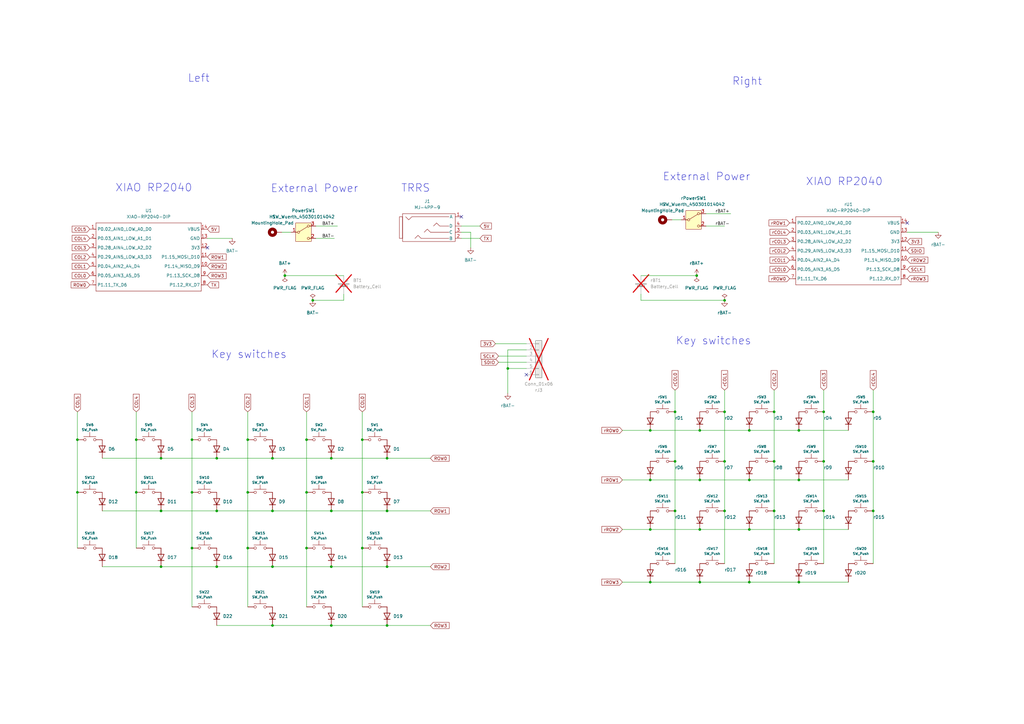
<source format=kicad_sch>
(kicad_sch (version 20231120) (generator "eeschema") (generator_version "8.0")
  (paper "A3")
  (lib_symbols
    (symbol "Connector_Generic:Conn_01x06" (pin_names (offset 1.016) hide)
      (property "Reference" "J" (at 0 7.62 0))
      (property "Value" "Conn_01x06" (at 0 -10.16 0))
      (symbol "Conn_01x06_1_1"
        (pin passive line (at -5.08 5.08 0) (length 3.81) (name "Pin_1") (number "1"))
        (pin passive line (at -5.08 2.54 0) (length 3.81) (name "Pin_2") (number "2"))
        (pin passive line (at -5.08 0 0) (length 3.81) (name "Pin_3") (number "3"))
        (pin passive line (at -5.08 -2.54 0) (length 3.81) (name "Pin_4") (number "4"))
        (pin passive line (at -5.08 -5.08 0) (length 3.81) (name "Pin_5") (number "5"))
        (pin passive line (at -5.08 -7.62 0) (length 3.81) (name "Pin_6") (number "6"))
      )
    )
    (symbol "Device:Battery_Cell" (pin_numbers hide) (pin_names (offset 0) hide)
      (property "Reference" "BT" (at 2.54 2.54 0))
      (property "Value" "Battery_Cell" (at 2.54 0 0))
      (symbol "Battery_Cell_1_1"
        (pin passive line (at 0 5.08 270) (length 2.54) (name "+") (number "1"))
        (pin passive line (at 0 -2.54 90) (length 2.54) (name "-") (number "2"))
      )
    )
    (symbol "Diode:1N4148WT" (pin_numbers hide) (pin_names hide)
      (property "Reference" "D" (at 0 2.54 0))
      (property "Value" "1N4148WT" (at 0 -2.54 0))
      (symbol "1N4148WT_1_1"
        (pin passive line (at -3.81 0 0) (length 2.54) (name "K") (number "1"))
        (pin passive line (at 3.81 0 180) (length 2.54) (name "A") (number "2"))
      )
    )
    (symbol "MJ-4PP-9:MJ-4PP-9" (pin_names (offset 1.016))
      (property "Reference" "J" (at 0 7.62 0))
      (property "Value" "MJ-4PP-9" (at 0 -8.89 0))
      (symbol "MJ-4PP-9_1_1"
        (pin input line (at 13.97 3.81 180) (length 2.54) (name "A") (number "1"))
        (pin input line (at 13.97 -5.08 180) (length 2.54) (name "B") (number "2"))
        (pin input line (at 13.97 -2.54 180) (length 2.54) (name "C") (number "3"))
        (pin input line (at 13.97 0 180) (length 2.54) (name "D") (number "4"))
      )
    )
    (symbol "Mechanical:MountingHole_Pad" (pin_numbers hide) (pin_names (offset 1.016) hide) (exclude_from_sim yes) (in_bom no)
      (property "Reference" "H" (at 0 6.35 0))
      (property "Value" "MountingHole_Pad" (at 0 4.445 0))
      (symbol "MountingHole_Pad_1_1"
        (pin input line (at 0 -2.54 90) (length 2.54) (name "1") (number "1"))
      )
    )
    (symbol "SW_Push_1" (pin_numbers hide) (pin_names (offset 1.016) hide)
      (property "Reference" "SW" (at 1.27 2.54 0))
      (property "Value" "SW_Push" (at 0 -1.524 0))
      (symbol "SW_Push_1_0_1"
        (pin passive line (at -5.08 0 0) (length 2.54) (name "1") (number "1"))
        (pin passive line (at 5.08 0 180) (length 2.54) (name "2") (number "2"))
      )
    )
    (symbol "Seeed_Studio_XIAO_Series:XIAO-nRF52840-DIP"
      (property "Reference" "U" (at -3.048 1.778 0))
      (property "Value" "XIAO-nRF52840-DIP" (at 3.048 -0.254 0))
      (symbol "XIAO-nRF52840-DIP_1_0"
        (pin passive line (at -6.35 -3.81 0) (length 2.54) (name "P0.02_AIN0_LOW_A0_D0") (number "1"))
        (pin passive line (at 41.91 -19.05 180) (length 2.54) (name "P1.14_MISO_D9") (number "10"))
        (pin passive line (at 41.91 -15.24 180) (length 2.54) (name "P1.15_MOSI_D10") (number "11"))
        (pin passive line (at 41.91 -11.43 180) (length 2.54) (name "3V3") (number "12"))
        (pin passive line (at 41.91 -7.62 180) (length 2.54) (name "GND") (number "13"))
        (pin passive line (at 41.91 -3.81 180) (length 2.54) (name "VBUS") (number "14"))
        (pin passive line (at -6.35 -7.62 0) (length 2.54) (name "P0.03_AIN1_LOW_A1_D1") (number "2"))
        (pin passive line (at -6.35 -11.43 0) (length 2.54) (name "P0.28_AIN4_LOW_A2_D2") (number "3"))
        (pin passive line (at -6.35 -15.24 0) (length 2.54) (name "P0.29_AIN5_LOW_A3_D3") (number "4"))
        (pin passive line (at -6.35 -19.05 0) (length 2.54) (name "P0.04_AIN2_A4_D4") (number "5"))
        (pin passive line (at -6.35 -22.86 0) (length 2.54) (name "P0.05_AIN3_A5_D5") (number "6"))
        (pin passive line (at -6.35 -26.67 0) (length 2.54) (name "P1.11_TX_D6") (number "7"))
        (pin passive line (at 41.91 -26.67 180) (length 2.54) (name "P1.12_RX_D7") (number "8"))
        (pin passive line (at 41.91 -22.86 180) (length 2.54) (name "P1.13_SCK_D8") (number "9"))
      )
    )
    (symbol "Switch:SW_Push" (pin_numbers hide) (pin_names (offset 1.016) hide)
      (property "Reference" "SW" (at 1.27 2.54 0))
      (property "Value" "SW_Push" (at 0 -1.524 0))
      (symbol "SW_Push_0_1"
        (pin passive line (at -5.08 0 0) (length 2.54) (name "1") (number "1"))
        (pin passive line (at 5.08 0 180) (length 2.54) (name "2") (number "2"))
      )
    )
    (symbol "Switch:SW_Wuerth_450301014042" (pin_names (offset 1) hide)
      (property "Reference" "SW" (at 0 5.08 0))
      (property "Value" "SW_Wuerth_450301014042" (at 0 -5.08 0))
      (symbol "SW_Wuerth_450301014042_1_1"
        (pin passive line (at -5.08 0 0) (length 2.54) (name "B") (number "1"))
        (pin passive line (at 5.08 -2.54 180) (length 2.54) (name "C") (number "2"))
        (pin passive line (at 5.08 2.54 180) (length 2.54) (name "A") (number "3"))
      )
    )
    (symbol "kbd:+3V3R" (power) (pin_names (offset 0))
      (property "Value" "+3V3R" (at 0 3.556 0))
      (symbol "+3V3R_1_1"
        (pin power_in line (at 0 0 90) (length 0) hide (name "+3V3R") (number "1"))
      )
    )
    (symbol "kbd:GNDR" (power) (pin_names (offset 0))
      (property "Value" "GNDR" (at 0 -3.81 0))
      (symbol "GNDR_1_1"
        (pin power_in line (at 0 0 270) (length 0) hide (name "GNDR") (number "1"))
      )
    )
    (symbol "power:GND" (power) (pin_numbers hide) (pin_names (offset 0) hide)
      (property "Value" "GND" (at 0 -3.81 0))
      (symbol "GND_1_1"
        (pin power_in line (at 0 0 270) (length 0) (name "~") (number "1"))
      )
    )
    (symbol "power:PWR_FLAG" (power) (pin_numbers hide) (pin_names (offset 0) hide)
      (property "Value" "PWR_FLAG" (at 0 3.81 0))
      (symbol "PWR_FLAG_0_0"
        (pin power_out line (at 0 0 90) (length 0) (name "~") (number "1"))
      )
    )
  )
  (junction (at 307.34 238.76))
  (junction (at 158.75 209.55))
  (junction (at 111.76 256.54))
  (junction (at 111.76 209.55))
  (junction (at 337.82 209.55))
  (junction (at 287.02 196.85))
  (junction (at 135.89 256.54))
  (junction (at 111.76 232.41))
  (junction (at 55.88 201.93))
  (junction (at 276.86 168.91))
  (junction (at 287.02 176.53))
  (junction (at 148.59 180.34))
  (junction (at 66.04 209.55))
  (junction (at 337.82 168.91))
  (junction (at 135.89 209.55))
  (junction (at 285.75 113.03))
  (junction (at 358.14 209.55))
  (junction (at 135.89 187.96))
  (junction (at 66.04 232.41))
  (junction (at 111.76 187.96))
  (junction (at 287.02 217.17))
  (junction (at 78.74 180.34))
  (junction (at 297.18 168.91))
  (junction (at 158.75 187.96))
  (junction (at 266.7 217.17))
  (junction (at 128.27 123.19))
  (junction (at 358.14 168.91))
  (junction (at 307.34 176.53))
  (junction (at 327.66 238.76))
  (junction (at 297.18 209.55))
  (junction (at 297.18 189.23))
  (junction (at 358.14 189.23))
  (junction (at 327.66 217.17))
  (junction (at 317.5 168.91))
  (junction (at 78.74 224.79))
  (junction (at 327.66 176.53))
  (junction (at 297.18 123.19))
  (junction (at 135.89 232.41))
  (junction (at 66.04 187.96))
  (junction (at 31.75 180.34))
  (junction (at 158.75 232.41))
  (junction (at 266.7 196.85))
  (junction (at 317.5 209.55))
  (junction (at 276.86 189.23))
  (junction (at 125.73 180.34))
  (junction (at 307.34 217.17))
  (junction (at 208.28 151.13))
  (junction (at 125.73 201.93))
  (junction (at 148.59 224.79))
  (junction (at 101.6 224.79))
  (junction (at 88.9 232.41))
  (junction (at 31.75 201.93))
  (junction (at 276.86 209.55))
  (junction (at 101.6 180.34))
  (junction (at 55.88 180.34))
  (junction (at 88.9 209.55))
  (junction (at 158.75 256.54))
  (junction (at 101.6 201.93))
  (junction (at 337.82 189.23))
  (junction (at 317.5 189.23))
  (junction (at 327.66 196.85))
  (junction (at 116.84 113.03))
  (junction (at 266.7 176.53))
  (junction (at 307.34 196.85))
  (junction (at 148.59 201.93))
  (junction (at 125.73 224.79))
  (junction (at 78.74 201.93))
  (junction (at 88.9 187.96))
  (junction (at 287.02 238.76))
  (junction (at 266.7 238.76))
  (no_connect (at 215.9 153.67))
  (no_connect (at 189.23 88.9))
  (no_connect (at 372.11 91.44))
  (no_connect (at 85.09 101.6))
  (wire (pts (xy 358.14 168.91) (xy 358.14 189.23)))
  (wire (pts (xy 266.7 176.53) (xy 287.02 176.53)))
  (wire (pts (xy 307.34 238.76) (xy 327.66 238.76)))
  (wire (pts (xy 262.89 113.03) (xy 285.75 113.03)))
  (wire (pts (xy 307.34 176.53) (xy 327.66 176.53)))
  (wire (pts (xy 275.59 90.17) (xy 279.4 90.17)))
  (wire (pts (xy 266.7 238.76) (xy 287.02 238.76)))
  (wire (pts (xy 262.89 120.65) (xy 262.89 123.19)))
  (wire (pts (xy 66.04 209.55) (xy 88.9 209.55)))
  (wire (pts (xy 55.88 180.34) (xy 55.88 201.93)))
  (wire (pts (xy 78.74 180.34) (xy 78.74 201.93)))
  (wire (pts (xy 125.73 224.79) (xy 125.73 248.92)))
  (wire (pts (xy 88.9 256.54) (xy 111.76 256.54)))
  (wire (pts (xy 115.57 95.25) (xy 119.38 95.25)))
  (wire (pts (xy 287.02 238.76) (xy 307.34 238.76)))
  (wire (pts (xy 337.82 160.02) (xy 337.82 168.91)))
  (wire (pts (xy 148.59 180.34) (xy 148.59 201.93)))
  (wire (pts (xy 66.04 187.96) (xy 88.9 187.96)))
  (wire (pts (xy 287.02 196.85) (xy 307.34 196.85)))
  (wire (pts (xy 327.66 217.17) (xy 347.98 217.17)))
  (wire (pts (xy 287.02 217.17) (xy 266.7 217.17)))
  (wire (pts (xy 129.54 92.71) (xy 138.43 92.71)))
  (wire (pts (xy 255.27 238.76) (xy 266.7 238.76)))
  (wire (pts (xy 358.14 160.02) (xy 358.14 168.91)))
  (wire (pts (xy 88.9 187.96) (xy 111.76 187.96)))
  (wire (pts (xy 129.54 97.79) (xy 137.16 97.79)))
  (wire (pts (xy 140.97 123.19) (xy 128.27 123.19)))
  (wire (pts (xy 78.74 201.93) (xy 78.74 224.79)))
  (wire (pts (xy 125.73 180.34) (xy 125.73 201.93)))
  (wire (pts (xy 215.9 143.51) (xy 208.28 143.51)))
  (wire (pts (xy 158.75 256.54) (xy 176.53 256.54)))
  (wire (pts (xy 116.84 113.03) (xy 140.97 113.03)))
  (wire (pts (xy 135.89 209.55) (xy 158.75 209.55)))
  (wire (pts (xy 158.75 209.55) (xy 176.53 209.55)))
  (wire (pts (xy 287.02 217.17) (xy 307.34 217.17)))
  (wire (pts (xy 78.74 168.91) (xy 78.74 180.34)))
  (wire (pts (xy 55.88 201.93) (xy 55.88 224.79)))
  (wire (pts (xy 327.66 176.53) (xy 347.98 176.53)))
  (wire (pts (xy 307.34 196.85) (xy 327.66 196.85)))
  (wire (pts (xy 88.9 232.41) (xy 111.76 232.41)))
  (wire (pts (xy 31.75 168.91) (xy 31.75 180.34)))
  (wire (pts (xy 317.5 160.02) (xy 317.5 168.91)))
  (wire (pts (xy 111.76 256.54) (xy 135.89 256.54)))
  (wire (pts (xy 41.91 187.96) (xy 66.04 187.96)))
  (wire (pts (xy 327.66 196.85) (xy 347.98 196.85)))
  (wire (pts (xy 297.18 168.91) (xy 297.18 189.23)))
  (wire (pts (xy 135.89 187.96) (xy 158.75 187.96)))
  (wire (pts (xy 337.82 189.23) (xy 337.82 209.55)))
  (wire (pts (xy 204.47 146.05) (xy 215.9 146.05)))
  (wire (pts (xy 317.5 209.55) (xy 317.5 231.14)))
  (wire (pts (xy 317.5 168.91) (xy 317.5 189.23)))
  (wire (pts (xy 101.6 224.79) (xy 101.6 248.92)))
  (wire (pts (xy 189.23 92.71) (xy 196.85 92.71)))
  (wire (pts (xy 276.86 160.02) (xy 276.86 168.91)))
  (wire (pts (xy 41.91 209.55) (xy 66.04 209.55)))
  (wire (pts (xy 203.2 140.97) (xy 215.9 140.97)))
  (wire (pts (xy 297.18 209.55) (xy 297.18 231.14)))
  (wire (pts (xy 276.86 168.91) (xy 276.86 189.23)))
  (wire (pts (xy 31.75 180.34) (xy 31.75 201.93)))
  (wire (pts (xy 189.23 95.25) (xy 193.04 95.25)))
  (wire (pts (xy 358.14 189.23) (xy 358.14 209.55)))
  (wire (pts (xy 208.28 151.13) (xy 208.28 161.29)))
  (wire (pts (xy 262.89 123.19) (xy 297.18 123.19)))
  (wire (pts (xy 208.28 143.51) (xy 208.28 151.13)))
  (wire (pts (xy 41.91 232.41) (xy 66.04 232.41)))
  (wire (pts (xy 276.86 209.55) (xy 276.86 231.14)))
  (wire (pts (xy 78.74 224.79) (xy 78.74 248.92)))
  (wire (pts (xy 111.76 209.55) (xy 135.89 209.55)))
  (wire (pts (xy 148.59 224.79) (xy 148.59 248.92)))
  (wire (pts (xy 276.86 189.23) (xy 276.86 209.55)))
  (wire (pts (xy 358.14 209.55) (xy 358.14 231.14)))
  (wire (pts (xy 85.09 97.79) (xy 95.25 97.79)))
  (wire (pts (xy 158.75 232.41) (xy 176.53 232.41)))
  (wire (pts (xy 148.59 168.91) (xy 148.59 180.34)))
  (wire (pts (xy 111.76 187.96) (xy 135.89 187.96)))
  (wire (pts (xy 297.18 189.23) (xy 297.18 209.55)))
  (wire (pts (xy 297.18 160.02) (xy 297.18 168.91)))
  (wire (pts (xy 31.75 201.93) (xy 31.75 224.79)))
  (wire (pts (xy 135.89 256.54) (xy 158.75 256.54)))
  (wire (pts (xy 372.11 95.25) (xy 384.81 95.25)))
  (wire (pts (xy 193.04 101.6) (xy 193.04 95.25)))
  (wire (pts (xy 255.27 196.85) (xy 266.7 196.85)))
  (wire (pts (xy 55.88 168.91) (xy 55.88 180.34)))
  (wire (pts (xy 204.47 148.59) (xy 215.9 148.59)))
  (wire (pts (xy 88.9 209.55) (xy 111.76 209.55)))
  (wire (pts (xy 287.02 176.53) (xy 307.34 176.53)))
  (wire (pts (xy 255.27 176.53) (xy 266.7 176.53)))
  (wire (pts (xy 148.59 201.93) (xy 148.59 224.79)))
  (wire (pts (xy 101.6 168.91) (xy 101.6 180.34)))
  (wire (pts (xy 255.27 217.17) (xy 266.7 217.17)))
  (wire (pts (xy 327.66 238.76) (xy 347.98 238.76)))
  (wire (pts (xy 337.82 168.91) (xy 337.82 189.23)))
  (wire (pts (xy 337.82 209.55) (xy 337.82 231.14)))
  (wire (pts (xy 140.97 120.65) (xy 140.97 123.19)))
  (wire (pts (xy 208.28 151.13) (xy 215.9 151.13)))
  (wire (pts (xy 66.04 232.41) (xy 88.9 232.41)))
  (wire (pts (xy 289.56 92.71) (xy 297.18 92.71)))
  (wire (pts (xy 158.75 187.96) (xy 176.53 187.96)))
  (wire (pts (xy 111.76 232.41) (xy 135.89 232.41)))
  (wire (pts (xy 101.6 201.93) (xy 101.6 224.79)))
  (wire (pts (xy 135.89 232.41) (xy 158.75 232.41)))
  (wire (pts (xy 125.73 201.93) (xy 125.73 224.79)))
  (wire (pts (xy 125.73 168.91) (xy 125.73 180.34)))
  (wire (pts (xy 266.7 196.85) (xy 287.02 196.85)))
  (wire (pts (xy 317.5 189.23) (xy 317.5 209.55)))
  (wire (pts (xy 101.6 180.34) (xy 101.6 201.93)))
  (wire (pts (xy 307.34 217.17) (xy 327.66 217.17)))
  (wire (pts (xy 289.56 87.63) (xy 299.72 87.63)))
  (wire (pts (xy 189.23 97.79) (xy 196.85 97.79)))
  (text "Key switches" (at 86.614 147.32 0) (effects (font (size 3.175 3.175)) (justify left bottom)))
  (text "XIAO RP2040" (at 330.454 76.454 0) (effects (font (size 3.175 3.175)) (justify left bottom)))
  (text "Left" (at 76.962 34.036 0) (effects (font (size 3.175 3.175)) (justify left bottom)))
  (text "External Power\n" (at 110.998 79.248 0) (effects (font (size 3.175 3.175)) (justify left bottom)))
  (text "External Power\n" (at 271.78 74.422 0) (effects (font (size 3.175 3.175)) (justify left bottom)))
  (text "Key switches" (at 277.114 141.732 0) (effects (font (size 3.175 3.175)) (justify left bottom)))
  (text "Right" (at 300.228 35.306 0) (effects (font (size 3.175 3.175)) (justify left bottom)))
  (text "TRRS" (at 164.465 79.121 0) (effects (font (size 3.175 3.175)) (justify left bottom)))
  (text "XIAO RP2040" (at 47.244 78.994 0) (effects (font (size 3.175 3.175)) (justify left bottom)))
  (label "rBAT+" (at 293.37 87.63 0))
  (label "BAT-" (at 132.08 97.79 0))
  (label "rBAT-" (at 293.37 92.71 0))
  (label "BAT+" (at 132.08 92.71 0))
  (global_label "COL5" (shape input) (at 31.75 168.91 90) (property "Intersheetrefs" "${INTERSHEET_REFS}" (effects (hide yes))))
  (global_label "rCOL4" (shape input) (at 358.14 160.02 90) (property "Intersheetrefs" "${INTERSHEET_REFS}" (effects (hide yes))))
  (global_label "rROW1" (shape input) (at 323.85 91.44 180) (property "Intersheetrefs" "${INTERSHEET_REFS}" (effects (hide yes))))
  (global_label "ROW1" (shape input) (at 176.53 209.55 0) (property "Intersheetrefs" "${INTERSHEET_REFS}" (effects (hide yes))))
  (global_label "COL1" (shape input) (at 36.83 109.22 180) (property "Intersheetrefs" "${INTERSHEET_REFS}" (effects (hide yes))))
  (global_label "rCOL0" (shape input) (at 323.85 110.49 180) (property "Intersheetrefs" "${INTERSHEET_REFS}" (effects (hide yes))))
  (global_label "COL5" (shape input) (at 36.83 93.98 180) (property "Intersheetrefs" "${INTERSHEET_REFS}" (effects (hide yes))))
  (global_label "COL2" (shape input) (at 101.6 168.91 90) (property "Intersheetrefs" "${INTERSHEET_REFS}" (effects (hide yes))))
  (global_label "3V3" (shape input) (at 203.2 140.97 180) (property "Intersheetrefs" "${INTERSHEET_REFS}" (effects (hide yes))))
  (global_label "COL4" (shape input) (at 36.83 97.79 180) (property "Intersheetrefs" "${INTERSHEET_REFS}" (effects (hide yes))))
  (global_label "ROW3" (shape input) (at 176.53 256.54 0) (property "Intersheetrefs" "${INTERSHEET_REFS}" (effects (hide yes))))
  (global_label "rCOL2" (shape input) (at 317.5 160.02 90) (property "Intersheetrefs" "${INTERSHEET_REFS}" (effects (hide yes))))
  (global_label "3V3" (shape input) (at 372.11 99.06 0) (property "Intersheetrefs" "${INTERSHEET_REFS}" (effects (hide yes))))
  (global_label "COL0" (shape input) (at 36.83 113.03 180) (property "Intersheetrefs" "${INTERSHEET_REFS}" (effects (hide yes))))
  (global_label "rCOL0" (shape input) (at 276.86 160.02 90) (property "Intersheetrefs" "${INTERSHEET_REFS}" (effects (hide yes))))
  (global_label "SCLK" (shape input) (at 204.47 146.05 180) (property "Intersheetrefs" "${INTERSHEET_REFS}" (effects (hide yes))))
  (global_label "rROW2" (shape input) (at 255.27 217.17 180) (property "Intersheetrefs" "${INTERSHEET_REFS}" (effects (hide yes))))
  (global_label "rROW2" (shape input) (at 372.11 106.68 0) (property "Intersheetrefs" "${INTERSHEET_REFS}" (effects (hide yes))))
  (global_label "COL0" (shape input) (at 148.59 168.91 90) (property "Intersheetrefs" "${INTERSHEET_REFS}" (effects (hide yes))))
  (global_label "COL2" (shape input) (at 36.83 105.41 180) (property "Intersheetrefs" "${INTERSHEET_REFS}" (effects (hide yes))))
  (global_label "rROW3" (shape input) (at 255.27 238.76 180) (property "Intersheetrefs" "${INTERSHEET_REFS}" (effects (hide yes))))
  (global_label "rROW0" (shape input) (at 323.85 114.3 180) (property "Intersheetrefs" "${INTERSHEET_REFS}" (effects (hide yes))))
  (global_label "rROW3" (shape input) (at 372.11 114.3 0) (property "Intersheetrefs" "${INTERSHEET_REFS}" (effects (hide yes))))
  (global_label "rCOL1" (shape input) (at 297.18 160.02 90) (property "Intersheetrefs" "${INTERSHEET_REFS}" (effects (hide yes))))
  (global_label "COL3" (shape input) (at 78.74 168.91 90) (property "Intersheetrefs" "${INTERSHEET_REFS}" (effects (hide yes))))
  (global_label "rCOL2" (shape input) (at 323.85 102.87 180) (property "Intersheetrefs" "${INTERSHEET_REFS}" (effects (hide yes))))
  (global_label "SDIO" (shape input) (at 204.47 148.59 180) (property "Intersheetrefs" "${INTERSHEET_REFS}" (effects (hide yes))))
  (global_label "5V" (shape input) (at 196.85 92.71 0) (property "Intersheetrefs" "${INTERSHEET_REFS}" (effects (hide yes))))
  (global_label "ROW0" (shape input) (at 176.53 187.96 0) (property "Intersheetrefs" "${INTERSHEET_REFS}" (effects (hide yes))))
  (global_label "COL1" (shape input) (at 125.73 168.91 90) (property "Intersheetrefs" "${INTERSHEET_REFS}" (effects (hide yes))))
  (global_label "TX" (shape input) (at 85.09 116.84 0) (property "Intersheetrefs" "${INTERSHEET_REFS}" (effects (hide yes))))
  (global_label "COL3" (shape input) (at 36.83 101.6 180) (property "Intersheetrefs" "${INTERSHEET_REFS}" (effects (hide yes))))
  (global_label "SCLK" (shape input) (at 372.11 110.49 0) (property "Intersheetrefs" "${INTERSHEET_REFS}" (effects (hide yes))))
  (global_label "rROW1" (shape input) (at 255.27 196.85 180) (property "Intersheetrefs" "${INTERSHEET_REFS}" (effects (hide yes))))
  (global_label "TX" (shape input) (at 196.85 97.79 0) (property "Intersheetrefs" "${INTERSHEET_REFS}" (effects (hide yes))))
  (global_label "ROW2" (shape input) (at 85.09 109.22 0) (property "Intersheetrefs" "${INTERSHEET_REFS}" (effects (hide yes))))
  (global_label "ROW2" (shape input) (at 176.53 232.41 0) (property "Intersheetrefs" "${INTERSHEET_REFS}" (effects (hide yes))))
  (global_label "rCOL1" (shape input) (at 323.85 106.68 180) (property "Intersheetrefs" "${INTERSHEET_REFS}" (effects (hide yes))))
  (global_label "ROW1" (shape input) (at 85.09 105.41 0) (property "Intersheetrefs" "${INTERSHEET_REFS}" (effects (hide yes))))
  (global_label "ROW3" (shape input) (at 85.09 113.03 0) (property "Intersheetrefs" "${INTERSHEET_REFS}" (effects (hide yes))))
  (global_label "SDIO" (shape input) (at 372.11 102.87 0) (property "Intersheetrefs" "${INTERSHEET_REFS}" (effects (hide yes))))
  (global_label "rCOL3" (shape input) (at 323.85 99.06 180) (property "Intersheetrefs" "${INTERSHEET_REFS}" (effects (hide yes))))
  (global_label "rCOL3" (shape input) (at 337.82 160.02 90) (property "Intersheetrefs" "${INTERSHEET_REFS}" (effects (hide yes))))
  (global_label "ROW0" (shape input) (at 36.83 116.84 180) (property "Intersheetrefs" "${INTERSHEET_REFS}" (effects (hide yes))))
  (global_label "COL4" (shape input) (at 55.88 168.91 90) (property "Intersheetrefs" "${INTERSHEET_REFS}" (effects (hide yes))))
  (global_label "rROW0" (shape input) (at 255.27 176.53 180) (property "Intersheetrefs" "${INTERSHEET_REFS}" (effects (hide yes))))
  (global_label "5V" (shape input) (at 85.09 93.98 0) (property "Intersheetrefs" "${INTERSHEET_REFS}" (effects (hide yes))))
  (global_label "rCOL4" (shape input) (at 323.85 95.25 180) (property "Intersheetrefs" "${INTERSHEET_REFS}" (effects (hide yes))))
  (symbol (lib_id "Diode:1N4148WT") (at 135.89 184.15 90) (unit 1)
    (property "Reference" "D2" (at 138.43 184.1499 90) (effects (justify right)))
    (property "Value" "1N4148WT" (effects (hide yes)))
    (property "Footprint" "Diode_SMD:D_SOD-523" (effects (hide yes)))
    (property "Datasheet" "https://www.diodes.com/assets/Datasheets/ds30396.pdf" (effects (hide yes)))
    (property "Description" "75V 0.15A Fast switching Diode, SOD-523" (effects (hide yes)))
    (property "Sim.Device" "D" (effects (hide yes)))
    (property "Sim.Pins" "1=K 2=A" (effects (hide yes)))
  )
  (symbol (lib_id "Diode:1N4148WT") (at 347.98 193.04 90) (unit 1)
    (property "Reference" "rD10" (at 358.14 191.7699 90) (effects (justify right)))
    (property "Value" "1N4148WT" (effects (hide yes)))
    (property "Footprint" "Diode_SMD:D_SOD-523" (effects (hide yes)))
    (property "Datasheet" "https://www.diodes.com/assets/Datasheets/ds30396.pdf" (effects (hide yes)))
    (property "Description" "75V 0.15A Fast switching Diode, SOD-523" (effects (hide yes)))
    (property "Sim.Device" "D" (effects (hide yes)))
    (property "Sim.Pins" "1=K 2=A" (effects (hide yes)))
  )
  (symbol (lib_id "Diode:1N4148WT") (at 347.98 234.95 90) (unit 1)
    (property "Reference" "rD20" (at 350.52 234.9499 90) (effects (justify right)))
    (property "Value" "1N4148WT" (effects (hide yes)))
    (property "Footprint" "Diode_SMD:D_SOD-523" (effects (hide yes)))
    (property "Datasheet" "https://www.diodes.com/assets/Datasheets/ds30396.pdf" (effects (hide yes)))
    (property "Description" "75V 0.15A Fast switching Diode, SOD-523" (effects (hide yes)))
    (property "Sim.Device" "D" (effects (hide yes)))
    (property "Sim.Pins" "1=K 2=A" (effects (hide yes)))
  )
  (symbol (lib_id "power:PWR_FLAG") (at 285.75 113.03 180) (unit 1)
    (property "Reference" "#FLG03" (effects (hide yes)))
    (property "Value" "PWR_FLAG" (at 285.75 118.11 0))
    (property "Description" "Special symbol for telling ERC where power comes from" (effects (hide yes)))
  )
  (symbol (lib_id "Switch:SW_Push") (at 312.42 209.55 0) (unit 1)
    (property "Reference" "rSW13" (at 312.42 203.454 0) (effects (font (size 1 1))))
    (property "Value" "SW_Push" (at 312.42 205.486 0) (effects (font (size 1 1))))
    (property "Footprint" "kbd:keyswitch_cherrymx_hotswap_1u" (effects (hide yes)))
  )
  (symbol (lib_id "Switch:SW_Push") (at 353.06 168.91 0) (unit 1)
    (property "Reference" "rSW5" (at 353.06 162.814 0) (effects (font (size 1 1))))
    (property "Value" "SW_Push" (at 353.06 164.846 0) (effects (font (size 1 1))))
    (property "Footprint" "kbd:keyswitch_cherrymx_hotswap_1u" (effects (hide yes)))
  )
  (symbol (lib_id "power:PWR_FLAG") (at 128.27 123.19 0) (unit 1)
    (property "Reference" "#FLG02" (effects (hide yes)))
    (property "Value" "PWR_FLAG" (at 128.27 118.11 0))
    (property "Description" "Special symbol for telling ERC where power comes from" (effects (hide yes)))
  )
  (symbol (lib_id "Diode:1N4148WT") (at 266.7 234.95 90) (unit 1)
    (property "Reference" "rD16" (at 276.86 233.6799 90) (effects (justify right)))
    (property "Value" "1N4148WT" (effects (hide yes)))
    (property "Footprint" "Diode_SMD:D_SOD-523" (effects (hide yes)))
    (property "Datasheet" "https://www.diodes.com/assets/Datasheets/ds30396.pdf" (effects (hide yes)))
    (property "Description" "75V 0.15A Fast switching Diode, SOD-523" (effects (hide yes)))
    (property "Sim.Device" "D" (effects (hide yes)))
    (property "Sim.Pins" "1=K 2=A" (effects (hide yes)))
  )
  (symbol (lib_id "Switch:SW_Push") (at 36.83 180.34 0) (unit 1)
    (property "Reference" "SW6" (at 36.83 174.244 0) (effects (font (size 1 1))))
    (property "Value" "SW_Push" (at 36.83 176.276 0) (effects (font (size 1 1))))
    (property "Footprint" "kbd:keyswitch_cherrymx_hotswap_1u" (effects (hide yes)))
  )
  (symbol (lib_id "kbd:GNDR") (at 384.81 95.25 0) (unit 1)
    (property "Reference" "#PWR05" (effects (hide yes)))
    (property "Value" "rBAT-" (at 384.81 100.33 0))
    (property "Description" "Power symbol creates a global label with name \"GND\" , ground" (effects (hide yes)))
  )
  (symbol (lib_id "Diode:1N4148WT") (at 41.91 184.15 90) (unit 1)
    (property "Reference" "D6" (at 44.45 184.1499 90) (effects (justify right)))
    (property "Value" "1N4148WT" (effects (hide yes)))
    (property "Footprint" "Diode_SMD:D_SOD-523" (effects (hide yes)))
    (property "Datasheet" "https://www.diodes.com/assets/Datasheets/ds30396.pdf" (effects (hide yes)))
    (property "Description" "75V 0.15A Fast switching Diode, SOD-523" (effects (hide yes)))
    (property "Sim.Device" "D" (effects (hide yes)))
    (property "Sim.Pins" "1=K 2=A" (effects (hide yes)))
  )
  (symbol (lib_id "Connector_Generic:Conn_01x06") (at 220.98 146.05 0) (unit 1) (in_bom no) (dnp yes)
    (property "Reference" "rJ3" (at 220.98 160.02 0))
    (property "Value" "Conn_01x06" (at 220.98 157.48 0))
    (property "Footprint" "Connector_PinHeader_2.54mm:PinHeader_1x06_P2.54mm_Vertical" (effects (hide yes)))
    (property "Description" "Generic connector, single row, 01x06, script generated (kicad-library-utils/schlib/autogen/connector/)" (effects (hide yes)))
  )
  (symbol (lib_id "Diode:1N4148WT") (at 266.7 193.04 90) (unit 1)
    (property "Reference" "rD6" (at 276.86 191.7699 90) (effects (justify right)))
    (property "Value" "1N4148WT" (effects (hide yes)))
    (property "Footprint" "Diode_SMD:D_SOD-523" (effects (hide yes)))
    (property "Datasheet" "https://www.diodes.com/assets/Datasheets/ds30396.pdf" (effects (hide yes)))
    (property "Description" "75V 0.15A Fast switching Diode, SOD-523" (effects (hide yes)))
    (property "Sim.Device" "D" (effects (hide yes)))
    (property "Sim.Pins" "1=K 2=A" (effects (hide yes)))
  )
  (symbol (lib_id "MJ-4PP-9:MJ-4PP-9") (at 175.26 92.71 0) (unit 1)
    (property "Reference" "J1" (at 175.26 82.55 0))
    (property "Value" "MJ-4PP-9" (at 175.26 85.09 0))
    (property "Footprint" "MJ-4PP-9:MJ-4PP-9" (effects (hide yes)))
  )
  (symbol (lib_id "Switch:SW_Push") (at 271.78 189.23 0) (unit 1)
    (property "Reference" "rSW6" (at 271.78 183.134 0) (effects (font (size 1 1))))
    (property "Value" "SW_Push" (at 271.78 185.166 0) (effects (font (size 1 1))))
    (property "Footprint" "kbd:keyswitch_cherrymx_hotswap_1u" (effects (hide yes)))
  )
  (symbol (lib_id "Switch:SW_Push") (at 153.67 201.93 0) (unit 1)
    (property "Reference" "SW7" (at 153.67 195.834 0) (effects (font (size 1 1))))
    (property "Value" "SW_Push" (at 153.67 197.866 0) (effects (font (size 1 1))))
    (property "Footprint" "kbd:keyswitch_cherrymx_hotswap_1u" (effects (hide yes)))
  )
  (symbol (lib_id "Switch:SW_Push") (at 332.74 231.14 0) (unit 1)
    (property "Reference" "rSW19" (at 332.74 225.044 0) (effects (font (size 1 1))))
    (property "Value" "SW_Push" (at 332.74 227.076 0) (effects (font (size 1 1))))
    (property "Footprint" "kbd:keyswitch_cherrymx_hotswap_1u" (effects (hide yes)))
  )
  (symbol (lib_id "Switch:SW_Push") (at 36.83 224.79 0) (unit 1)
    (property "Reference" "SW18" (at 36.83 218.694 0) (effects (font (size 1 1))))
    (property "Value" "SW_Push" (at 36.83 220.726 0) (effects (font (size 1 1))))
    (property "Footprint" "kbd:keyswitch_cherrymx_hotswap_1u" (effects (hide yes)))
  )
  (symbol (lib_id "Switch:SW_Push") (at 292.1 189.23 0) (unit 1)
    (property "Reference" "rSW7" (at 292.1 183.134 0) (effects (font (size 1 1))))
    (property "Value" "SW_Push" (at 292.1 185.166 0) (effects (font (size 1 1))))
    (property "Footprint" "kbd:keyswitch_cherrymx_hotswap_1u" (effects (hide yes)))
  )
  (symbol (lib_id "Switch:SW_Push") (at 60.96 224.79 0) (unit 1)
    (property "Reference" "SW17" (at 60.96 218.694 0) (effects (font (size 1 1))))
    (property "Value" "SW_Push" (at 60.96 220.726 0) (effects (font (size 1 1))))
    (property "Footprint" "kbd:keyswitch_cherrymx_hotswap_1u" (effects (hide yes)))
  )
  (symbol (lib_id "Diode:1N4148WT") (at 327.66 213.36 90) (unit 1)
    (property "Reference" "rD14" (at 337.82 212.0899 90) (effects (justify right)))
    (property "Value" "1N4148WT" (effects (hide yes)))
    (property "Footprint" "Diode_SMD:D_SOD-523" (effects (hide yes)))
    (property "Datasheet" "https://www.diodes.com/assets/Datasheets/ds30396.pdf" (effects (hide yes)))
    (property "Description" "75V 0.15A Fast switching Diode, SOD-523" (effects (hide yes)))
    (property "Sim.Device" "D" (effects (hide yes)))
    (property "Sim.Pins" "1=K 2=A" (effects (hide yes)))
  )
  (symbol (lib_id "Switch:SW_Push") (at 60.96 201.93 0) (unit 1)
    (property "Reference" "SW11" (at 60.96 195.834 0) (effects (font (size 1 1))))
    (property "Value" "SW_Push" (at 60.96 197.866 0) (effects (font (size 1 1))))
    (property "Footprint" "kbd:keyswitch_cherrymx_hotswap_1u" (effects (hide yes)))
  )
  (symbol (lib_id "power:GND") (at 95.25 97.79 0) (unit 1)
    (property "Reference" "#PWR02" (effects (hide yes)))
    (property "Value" "BAT-" (at 95.25 102.87 0))
    (property "Description" "Power symbol creates a global label with name \"GND\" , ground" (effects (hide yes)))
  )
  (symbol (lib_id "power:GND") (at 193.04 101.6 0) (unit 1)
    (property "Reference" "#PWR01" (effects (hide yes)))
    (property "Value" "BAT-" (at 193.04 106.68 0))
    (property "Description" "Power symbol creates a global label with name \"GND\" , ground" (effects (hide yes)))
  )
  (symbol (lib_id "Diode:1N4148WT") (at 158.75 228.6 90) (unit 1)
    (property "Reference" "D13" (at 161.29 228.5999 90) (effects (justify right)))
    (property "Value" "1N4148WT" (effects (hide yes)))
    (property "Footprint" "Diode_SMD:D_SOD-523" (effects (hide yes)))
    (property "Datasheet" "https://www.diodes.com/assets/Datasheets/ds30396.pdf" (effects (hide yes)))
    (property "Description" "75V 0.15A Fast switching Diode, SOD-523" (effects (hide yes)))
    (property "Sim.Device" "D" (effects (hide yes)))
    (property "Sim.Pins" "1=K 2=A" (effects (hide yes)))
  )
  (symbol (lib_id "Diode:1N4148WT") (at 41.91 228.6 90) (unit 1)
    (property "Reference" "D18" (at 44.45 228.5999 90) (effects (justify right)))
    (property "Value" "1N4148WT" (effects (hide yes)))
    (property "Footprint" "Diode_SMD:D_SOD-523" (effects (hide yes)))
    (property "Datasheet" "https://www.diodes.com/assets/Datasheets/ds30396.pdf" (effects (hide yes)))
    (property "Description" "75V 0.15A Fast switching Diode, SOD-523" (effects (hide yes)))
    (property "Sim.Device" "D" (effects (hide yes)))
    (property "Sim.Pins" "1=K 2=A" (effects (hide yes)))
  )
  (symbol (lib_id "Diode:1N4148WT") (at 327.66 172.72 90) (unit 1)
    (property "Reference" "rD4" (at 337.82 171.4499 90) (effects (justify right)))
    (property "Value" "1N4148WT" (effects (hide yes)))
    (property "Footprint" "Diode_SMD:D_SOD-523" (effects (hide yes)))
    (property "Datasheet" "https://www.diodes.com/assets/Datasheets/ds30396.pdf" (effects (hide yes)))
    (property "Description" "75V 0.15A Fast switching Diode, SOD-523" (effects (hide yes)))
    (property "Sim.Device" "D" (effects (hide yes)))
    (property "Sim.Pins" "1=K 2=A" (effects (hide yes)))
  )
  (symbol (lib_id "Diode:1N4148WT") (at 111.76 252.73 90) (unit 1)
    (property "Reference" "D21" (at 114.3 252.7299 90) (effects (justify right)))
    (property "Value" "1N4148WT" (effects (hide yes)))
    (property "Footprint" "Diode_SMD:D_SOD-523" (effects (hide yes)))
    (property "Datasheet" "https://www.diodes.com/assets/Datasheets/ds30396.pdf" (effects (hide yes)))
    (property "Description" "75V 0.15A Fast switching Diode, SOD-523" (effects (hide yes)))
    (property "Sim.Device" "D" (effects (hide yes)))
    (property "Sim.Pins" "1=K 2=A" (effects (hide yes)))
  )
  (symbol (lib_id "Switch:SW_Push") (at 353.06 209.55 0) (unit 1)
    (property "Reference" "rSW15" (at 353.06 203.454 0) (effects (font (size 1 1))))
    (property "Value" "SW_Push" (at 353.06 205.486 0) (effects (font (size 1 1))))
    (property "Footprint" "kbd:keyswitch_cherrymx_hotswap_1u" (effects (hide yes)))
  )
  (symbol (lib_id "Switch:SW_Push") (at 271.78 231.14 0) (unit 1)
    (property "Reference" "rSW16" (at 271.78 225.044 0) (effects (font (size 1 1))))
    (property "Value" "SW_Push" (at 271.78 227.076 0) (effects (font (size 1 1))))
    (property "Footprint" "kbd:keyswitch_cherrymx_hotswap_1u" (effects (hide yes)))
  )
  (symbol (lib_id "Diode:1N4148WT") (at 111.76 228.6 90) (unit 1)
    (property "Reference" "D15" (at 114.3 228.5999 90) (effects (justify right)))
    (property "Value" "1N4148WT" (effects (hide yes)))
    (property "Footprint" "Diode_SMD:D_SOD-523" (effects (hide yes)))
    (property "Datasheet" "https://www.diodes.com/assets/Datasheets/ds30396.pdf" (effects (hide yes)))
    (property "Description" "75V 0.15A Fast switching Diode, SOD-523" (effects (hide yes)))
    (property "Sim.Device" "D" (effects (hide yes)))
    (property "Sim.Pins" "1=K 2=A" (effects (hide yes)))
  )
  (symbol (lib_id "Diode:1N4148WT") (at 327.66 234.95 90) (unit 1)
    (property "Reference" "rD19" (at 330.2 234.9499 90) (effects (justify right)))
    (property "Value" "1N4148WT" (effects (hide yes)))
    (property "Footprint" "Diode_SMD:D_SOD-523" (effects (hide yes)))
    (property "Datasheet" "https://www.diodes.com/assets/Datasheets/ds30396.pdf" (effects (hide yes)))
    (property "Description" "75V 0.15A Fast switching Diode, SOD-523" (effects (hide yes)))
    (property "Sim.Device" "D" (effects (hide yes)))
    (property "Sim.Pins" "1=K 2=A" (effects (hide yes)))
  )
  (symbol (lib_id "Switch:SW_Push") (at 332.74 168.91 0) (unit 1)
    (property "Reference" "rSW4" (at 332.74 162.814 0) (effects (font (size 1 1))))
    (property "Value" "SW_Push" (at 332.74 164.846 0) (effects (font (size 1 1))))
    (property "Footprint" "kbd:keyswitch_cherrymx_hotswap_1u" (effects (hide yes)))
  )
  (symbol (lib_id "Diode:1N4148WT") (at 41.91 205.74 90) (unit 1)
    (property "Reference" "D12" (at 44.45 205.7399 90) (effects (justify right)))
    (property "Value" "1N4148WT" (effects (hide yes)))
    (property "Footprint" "Diode_SMD:D_SOD-523" (effects (hide yes)))
    (property "Datasheet" "https://www.diodes.com/assets/Datasheets/ds30396.pdf" (effects (hide yes)))
    (property "Description" "75V 0.15A Fast switching Diode, SOD-523" (effects (hide yes)))
    (property "Sim.Device" "D" (effects (hide yes)))
    (property "Sim.Pins" "1=K 2=A" (effects (hide yes)))
  )
  (symbol (lib_id "power:PWR_FLAG") (at 116.84 113.03 180) (unit 1)
    (property "Reference" "#FLG01" (effects (hide yes)))
    (property "Value" "PWR_FLAG" (at 116.84 118.11 0))
    (property "Description" "Special symbol for telling ERC where power comes from" (effects (hide yes)))
  )
  (symbol (lib_id "Diode:1N4148WT") (at 307.34 234.95 90) (unit 1)
    (property "Reference" "rD18" (at 309.88 234.9499 90) (effects (justify right)))
    (property "Value" "1N4148WT" (effects (hide yes)))
    (property "Footprint" "Diode_SMD:D_SOD-523" (effects (hide yes)))
    (property "Datasheet" "https://www.diodes.com/assets/Datasheets/ds30396.pdf" (effects (hide yes)))
    (property "Description" "75V 0.15A Fast switching Diode, SOD-523" (effects (hide yes)))
    (property "Sim.Device" "D" (effects (hide yes)))
    (property "Sim.Pins" "1=K 2=A" (effects (hide yes)))
  )
  (symbol (lib_id "Switch:SW_Push") (at 153.67 224.79 0) (unit 1)
    (property "Reference" "SW13" (at 153.67 218.694 0) (effects (font (size 1 1))))
    (property "Value" "SW_Push" (at 153.67 220.726 0) (effects (font (size 1 1))))
    (property "Footprint" "kbd:keyswitch_cherrymx_hotswap_1u" (effects (hide yes)))
  )
  (symbol (lib_id "Switch:SW_Push") (at 83.82 224.79 0) (unit 1)
    (property "Reference" "SW16" (at 83.82 218.694 0) (effects (font (size 1 1))))
    (property "Value" "SW_Push" (at 83.82 220.726 0) (effects (font (size 1 1))))
    (property "Footprint" "kbd:keyswitch_cherrymx_hotswap_1u" (effects (hide yes)))
  )
  (symbol (lib_id "Switch:SW_Push") (at 332.74 209.55 0) (unit 1)
    (property "Reference" "rSW14" (at 332.74 203.454 0) (effects (font (size 1 1))))
    (property "Value" "SW_Push" (at 332.74 205.486 0) (effects (font (size 1 1))))
    (property "Footprint" "kbd:keyswitch_cherrymx_hotswap_1u" (effects (hide yes)))
  )
  (symbol (lib_id "Diode:1N4148WT") (at 135.89 228.6 90) (unit 1)
    (property "Reference" "D14" (at 138.43 228.5999 90) (effects (justify right)))
    (property "Value" "1N4148WT" (effects (hide yes)))
    (property "Footprint" "Diode_SMD:D_SOD-523" (effects (hide yes)))
    (property "Datasheet" "https://www.diodes.com/assets/Datasheets/ds30396.pdf" (effects (hide yes)))
    (property "Description" "75V 0.15A Fast switching Diode, SOD-523" (effects (hide yes)))
    (property "Sim.Device" "D" (effects (hide yes)))
    (property "Sim.Pins" "1=K 2=A" (effects (hide yes)))
  )
  (symbol (lib_id "Switch:SW_Push") (at 353.06 189.23 0) (unit 1)
    (property "Reference" "rSW10" (at 353.06 183.134 0) (effects (font (size 1 1))))
    (property "Value" "SW_Push" (at 353.06 185.166 0) (effects (font (size 1 1))))
    (property "Footprint" "kbd:keyswitch_cherrymx_hotswap_1u" (effects (hide yes)))
  )
  (symbol (lib_id "Diode:1N4148WT") (at 111.76 205.74 90) (unit 1)
    (property "Reference" "D9" (at 114.3 205.7399 90) (effects (justify right)))
    (property "Value" "1N4148WT" (effects (hide yes)))
    (property "Footprint" "Diode_SMD:D_SOD-523" (effects (hide yes)))
    (property "Datasheet" "https://www.diodes.com/assets/Datasheets/ds30396.pdf" (effects (hide yes)))
    (property "Description" "75V 0.15A Fast switching Diode, SOD-523" (effects (hide yes)))
    (property "Sim.Device" "D" (effects (hide yes)))
    (property "Sim.Pins" "1=K 2=A" (effects (hide yes)))
  )
  (symbol (lib_id "Switch:SW_Wuerth_450301014042") (at 284.48 90.17 0) (unit 1)
    (property "Reference" "rPowerSW1" (at 284.48 81.28 0))
    (property "Value" "SW_Wuerth_450301014042" (at 284.48 83.82 0))
    (property "Footprint" "Button_Switch_THT:SW_Slide-03_Wuerth-WS-SLTV_10x2.5x6.4_P2.54mm" (effects (hide yes)))
    (property "Datasheet" "https://www.we-online.com/components/products/datasheet/450301014042.pdf" (effects (hide yes)))
    (property "Description" "Switch slide, single pole double throw" (effects (hide yes)))
  )
  (symbol (lib_id "kbd:+3V3R") (at 285.75 113.03 0) (unit 1)
    (property "Reference" "#PWR06" (effects (hide yes)))
    (property "Value" "rBAT+" (at 285.75 107.95 0))
    (property "Description" "Power symbol creates a global label with name \"+3V3\"" (effects (hide yes)))
  )
  (symbol (lib_id "Seeed_Studio_XIAO_Series:XIAO-nRF52840-DIP") (at 43.18 90.17 0) (unit 1)
    (property "Reference" "U1" (at 60.96 86.36 0))
    (property "Value" "XIAO-RP2040-DIP" (at 60.96 88.9 0))
    (property "Footprint" "Seeed Studio XIAO Series Library:XIAO-RP2040-DIP" (effects (hide yes)))
  )
  (symbol (lib_id "power:GND") (at 128.27 123.19 0) (unit 1)
    (property "Reference" "#PWR07" (effects (hide yes)))
    (property "Value" "BAT-" (at 128.27 128.27 0))
    (property "Description" "Power symbol creates a global label with name \"GND\" , ground" (effects (hide yes)))
  )
  (symbol (lib_id "Diode:1N4148WT") (at 135.89 252.73 90) (unit 1)
    (property "Reference" "D20" (at 138.43 252.7299 90) (effects (justify right)))
    (property "Value" "1N4148WT" (effects (hide yes)))
    (property "Footprint" "Diode_SMD:D_SOD-523" (effects (hide yes)))
    (property "Datasheet" "https://www.diodes.com/assets/Datasheets/ds30396.pdf" (effects (hide yes)))
    (property "Description" "75V 0.15A Fast switching Diode, SOD-523" (effects (hide yes)))
    (property "Sim.Device" "D" (effects (hide yes)))
    (property "Sim.Pins" "1=K 2=A" (effects (hide yes)))
  )
  (symbol (lib_id "Diode:1N4148WT") (at 266.7 172.72 90) (unit 1)
    (property "Reference" "rD1" (at 276.86 171.4499 90) (effects (justify right)))
    (property "Value" "1N4148WT" (effects (hide yes)))
    (property "Footprint" "Diode_SMD:D_SOD-523" (effects (hide yes)))
    (property "Datasheet" "https://www.diodes.com/assets/Datasheets/ds30396.pdf" (effects (hide yes)))
    (property "Description" "75V 0.15A Fast switching Diode, SOD-523" (effects (hide yes)))
    (property "Sim.Device" "D" (effects (hide yes)))
    (property "Sim.Pins" "1=K 2=A" (effects (hide yes)))
  )
  (symbol (lib_id "Switch:SW_Push") (at 312.42 168.91 0) (unit 1)
    (property "Reference" "rSW3" (at 312.42 162.814 0) (effects (font (size 1 1))))
    (property "Value" "SW_Push" (at 312.42 164.846 0) (effects (font (size 1 1))))
    (property "Footprint" "kbd:keyswitch_cherrymx_hotswap_1u" (effects (hide yes)))
  )
  (symbol (lib_id "Switch:SW_Push") (at 60.96 180.34 0) (unit 1)
    (property "Reference" "SW5" (at 60.96 174.244 0) (effects (font (size 1 1))))
    (property "Value" "SW_Push" (at 60.96 176.276 0) (effects (font (size 1 1))))
    (property "Footprint" "kbd:keyswitch_cherrymx_hotswap_1u" (effects (hide yes)))
  )
  (symbol (lib_id "Diode:1N4148WT") (at 88.9 252.73 90) (unit 1)
    (property "Reference" "D22" (at 91.44 252.7299 90) (effects (justify right)))
    (property "Value" "1N4148WT" (effects (hide yes)))
    (property "Footprint" "Diode_SMD:D_SOD-523" (effects (hide yes)))
    (property "Datasheet" "https://www.diodes.com/assets/Datasheets/ds30396.pdf" (effects (hide yes)))
    (property "Description" "75V 0.15A Fast switching Diode, SOD-523" (effects (hide yes)))
    (property "Sim.Device" "D" (effects (hide yes)))
    (property "Sim.Pins" "1=K 2=A" (effects (hide yes)))
  )
  (symbol (lib_id "Switch:SW_Push") (at 332.74 189.23 0) (unit 1)
    (property "Reference" "rSW9" (at 332.74 183.134 0) (effects (font (size 1 1))))
    (property "Value" "SW_Push" (at 332.74 185.166 0) (effects (font (size 1 1))))
    (property "Footprint" "kbd:keyswitch_cherrymx_hotswap_1u" (effects (hide yes)))
  )
  (symbol (lib_id "Switch:SW_Push") (at 271.78 209.55 0) (unit 1)
    (property "Reference" "rSW11" (at 271.78 203.454 0) (effects (font (size 1 1))))
    (property "Value" "SW_Push" (at 271.78 205.486 0) (effects (font (size 1 1))))
    (property "Footprint" "kbd:keyswitch_cherrymx_hotswap_1u" (effects (hide yes)))
  )
  (symbol (lib_id "Device:Battery_Cell") (at 140.97 118.11 0) (unit 1) (in_bom no) (dnp yes)
    (property "Reference" "BT1" (at 144.78 114.9984 0) (effects (justify left)))
    (property "Value" "Battery_Cell" (at 144.78 117.5384 0) (effects (justify left)))
    (property "Footprint" "Connector_JST:JST_PH_S2B-PH-K_1x02_P2.00mm_Horizontal" (effects (hide yes)))
    (property "Description" "Single-cell battery" (effects (hide yes)))
  )
  (symbol (lib_id "Diode:1N4148WT") (at 307.34 172.72 90) (unit 1)
    (property "Reference" "rD3" (at 317.5 171.4499 90) (effects (justify right)))
    (property "Value" "1N4148WT" (effects (hide yes)))
    (property "Footprint" "Diode_SMD:D_SOD-523" (effects (hide yes)))
    (property "Datasheet" "https://www.diodes.com/assets/Datasheets/ds30396.pdf" (effects (hide yes)))
    (property "Description" "75V 0.15A Fast switching Diode, SOD-523" (effects (hide yes)))
    (property "Sim.Device" "D" (effects (hide yes)))
    (property "Sim.Pins" "1=K 2=A" (effects (hide yes)))
  )
  (symbol (lib_id "Switch:SW_Push") (at 130.81 201.93 0) (unit 1)
    (property "Reference" "SW8" (at 130.81 195.834 0) (effects (font (size 1 1))))
    (property "Value" "SW_Push" (at 130.81 197.866 0) (effects (font (size 1 1))))
    (property "Footprint" "kbd:keyswitch_cherrymx_hotswap_1u" (effects (hide yes)))
  )
  (symbol (lib_id "Diode:1N4148WT") (at 66.04 228.6 90) (unit 1)
    (property "Reference" "D17" (at 68.58 228.5999 90) (effects (justify right)))
    (property "Value" "1N4148WT" (effects (hide yes)))
    (property "Footprint" "Diode_SMD:D_SOD-523" (effects (hide yes)))
    (property "Datasheet" "https://www.diodes.com/assets/Datasheets/ds30396.pdf" (effects (hide yes)))
    (property "Description" "75V 0.15A Fast switching Diode, SOD-523" (effects (hide yes)))
    (property "Sim.Device" "D" (effects (hide yes)))
    (property "Sim.Pins" "1=K 2=A" (effects (hide yes)))
  )
  (symbol (lib_id "Diode:1N4148WT") (at 135.89 205.74 90) (unit 1)
    (property "Reference" "D8" (at 138.43 205.7399 90) (effects (justify right)))
    (property "Value" "1N4148WT" (effects (hide yes)))
    (property "Footprint" "Diode_SMD:D_SOD-523" (effects (hide yes)))
    (property "Datasheet" "https://www.diodes.com/assets/Datasheets/ds30396.pdf" (effects (hide yes)))
    (property "Description" "75V 0.15A Fast switching Diode, SOD-523" (effects (hide yes)))
    (property "Sim.Device" "D" (effects (hide yes)))
    (property "Sim.Pins" "1=K 2=A" (effects (hide yes)))
  )
  (symbol (lib_id "Switch:SW_Push") (at 130.81 180.34 0) (unit 1)
    (property "Reference" "SW2" (at 130.81 174.244 0) (effects (font (size 1 1))))
    (property "Value" "SW_Push" (at 130.81 176.276 0) (effects (font (size 1 1))))
    (property "Footprint" "kbd:keyswitch_cherrymx_hotswap_1u" (effects (hide yes)))
  )
  (symbol (lib_id "Diode:1N4148WT") (at 347.98 213.36 90) (unit 1)
    (property "Reference" "rD15" (at 358.14 212.0899 90) (effects (justify right)))
    (property "Value" "1N4148WT" (effects (hide yes)))
    (property "Footprint" "Diode_SMD:D_SOD-523" (effects (hide yes)))
    (property "Datasheet" "https://www.diodes.com/assets/Datasheets/ds30396.pdf" (effects (hide yes)))
    (property "Description" "75V 0.15A Fast switching Diode, SOD-523" (effects (hide yes)))
    (property "Sim.Device" "D" (effects (hide yes)))
    (property "Sim.Pins" "1=K 2=A" (effects (hide yes)))
  )
  (symbol (lib_id "Switch:SW_Push") (at 83.82 201.93 0) (unit 1)
    (property "Reference" "SW10" (at 83.82 195.834 0) (effects (font (size 1 1))))
    (property "Value" "SW_Push" (at 83.82 197.866 0) (effects (font (size 1 1))))
    (property "Footprint" "kbd:keyswitch_cherrymx_hotswap_1u" (effects (hide yes)))
  )
  (symbol (lib_id "Diode:1N4148WT") (at 158.75 205.74 90) (unit 1)
    (property "Reference" "D7" (at 161.29 205.7399 90) (effects (justify right)))
    (property "Value" "1N4148WT" (effects (hide yes)))
    (property "Footprint" "Diode_SMD:D_SOD-523" (effects (hide yes)))
    (property "Datasheet" "https://www.diodes.com/assets/Datasheets/ds30396.pdf" (effects (hide yes)))
    (property "Description" "75V 0.15A Fast switching Diode, SOD-523" (effects (hide yes)))
    (property "Sim.Device" "D" (effects (hide yes)))
    (property "Sim.Pins" "1=K 2=A" (effects (hide yes)))
  )
  (symbol (lib_id "Diode:1N4148WT") (at 287.02 234.95 90) (unit 1)
    (property "Reference" "rD17" (at 297.18 233.6799 90) (effects (justify right)))
    (property "Value" "1N4148WT" (effects (hide yes)))
    (property "Footprint" "Diode_SMD:D_SOD-523" (effects (hide yes)))
    (property "Datasheet" "https://www.diodes.com/assets/Datasheets/ds30396.pdf" (effects (hide yes)))
    (property "Description" "75V 0.15A Fast switching Diode, SOD-523" (effects (hide yes)))
    (property "Sim.Device" "D" (effects (hide yes)))
    (property "Sim.Pins" "1=K 2=A" (effects (hide yes)))
  )
  (symbol (lib_id "Switch:SW_Push") (at 83.82 248.92 0) (unit 1)
    (property "Reference" "SW22" (at 83.82 242.824 0) (effects (font (size 1 1))))
    (property "Value" "SW_Push" (at 83.82 244.856 0) (effects (font (size 1 1))))
    (property "Footprint" "kbd:keyswitch_cherrymx_hotswap_1u" (effects (hide yes)))
  )
  (symbol (lib_id "Diode:1N4148WT") (at 287.02 172.72 90) (unit 1)
    (property "Reference" "rD2" (at 297.18 171.4499 90) (effects (justify right)))
    (property "Value" "1N4148WT" (effects (hide yes)))
    (property "Footprint" "Diode_SMD:D_SOD-523" (effects (hide yes)))
    (property "Datasheet" "https://www.diodes.com/assets/Datasheets/ds30396.pdf" (effects (hide yes)))
    (property "Description" "75V 0.15A Fast switching Diode, SOD-523" (effects (hide yes)))
    (property "Sim.Device" "D" (effects (hide yes)))
    (property "Sim.Pins" "1=K 2=A" (effects (hide yes)))
  )
  (symbol (lib_id "Diode:1N4148WT") (at 307.34 193.04 90) (unit 1)
    (property "Reference" "rD8" (at 317.5 191.7699 90) (effects (justify right)))
    (property "Value" "1N4148WT" (effects (hide yes)))
    (property "Footprint" "Diode_SMD:D_SOD-523" (effects (hide yes)))
    (property "Datasheet" "https://www.diodes.com/assets/Datasheets/ds30396.pdf" (effects (hide yes)))
    (property "Description" "75V 0.15A Fast switching Diode, SOD-523" (effects (hide yes)))
    (property "Sim.Device" "D" (effects (hide yes)))
    (property "Sim.Pins" "1=K 2=A" (effects (hide yes)))
  )
  (symbol (lib_id "Switch:SW_Push") (at 292.1 231.14 0) (unit 1)
    (property "Reference" "rSW17" (at 292.1 225.044 0) (effects (font (size 1 1))))
    (property "Value" "SW_Push" (at 292.1 227.076 0) (effects (font (size 1 1))))
    (property "Footprint" "kbd:keyswitch_cherrymx_hotswap_1u" (effects (hide yes)))
  )
  (symbol (lib_id "Diode:1N4148WT") (at 287.02 213.36 90) (unit 1)
    (property "Reference" "rD12" (at 297.18 212.0899 90) (effects (justify right)))
    (property "Value" "1N4148WT" (effects (hide yes)))
    (property "Footprint" "Diode_SMD:D_SOD-523" (effects (hide yes)))
    (property "Datasheet" "https://www.diodes.com/assets/Datasheets/ds30396.pdf" (effects (hide yes)))
    (property "Description" "75V 0.15A Fast switching Diode, SOD-523" (effects (hide yes)))
    (property "Sim.Device" "D" (effects (hide yes)))
    (property "Sim.Pins" "1=K 2=A" (effects (hide yes)))
  )
  (symbol (lib_id "Switch:SW_Push") (at 106.68 201.93 0) (unit 1)
    (property "Reference" "SW9" (at 106.68 195.834 0) (effects (font (size 1 1))))
    (property "Value" "SW_Push" (at 106.68 197.866 0) (effects (font (size 1 1))))
    (property "Footprint" "kbd:keyswitch_cherrymx_hotswap_1u" (effects (hide yes)))
  )
  (symbol (lib_id "Device:Battery_Cell") (at 262.89 118.11 0) (unit 1) (in_bom no) (dnp yes)
    (property "Reference" "rBT1" (at 266.7 114.9984 0) (effects (justify left)))
    (property "Value" "Battery_Cell" (at 266.7 117.5384 0) (effects (justify left)))
    (property "Footprint" "Connector_JST:JST_PH_S2B-PH-K_1x02_P2.00mm_Horizontal" (effects (hide yes)))
    (property "Description" "Single-cell battery" (effects (hide yes)))
  )
  (symbol (lib_name "SW_Push_1") (lib_id "Switch:SW_Push") (at 153.67 180.34 0) (unit 1)
    (property "Reference" "SW1" (at 153.67 174.244 0) (effects (font (size 1 1))))
    (property "Value" "SW_Push" (at 153.67 176.276 0) (effects (font (size 1 1))))
    (property "Footprint" "kbd:keyswitch_cherrymx_hotswap_1u" (effects (hide yes)))
  )
  (symbol (lib_id "Diode:1N4148WT") (at 327.66 193.04 90) (unit 1)
    (property "Reference" "rD9" (at 337.82 191.7699 90) (effects (justify right)))
    (property "Value" "1N4148WT" (effects (hide yes)))
    (property "Footprint" "Diode_SMD:D_SOD-523" (effects (hide yes)))
    (property "Datasheet" "https://www.diodes.com/assets/Datasheets/ds30396.pdf" (effects (hide yes)))
    (property "Description" "75V 0.15A Fast switching Diode, SOD-523" (effects (hide yes)))
    (property "Sim.Device" "D" (effects (hide yes)))
    (property "Sim.Pins" "1=K 2=A" (effects (hide yes)))
  )
  (symbol (lib_id "Switch:SW_Push") (at 83.82 180.34 0) (unit 1)
    (property "Reference" "SW4" (at 83.82 174.244 0) (effects (font (size 1 1))))
    (property "Value" "SW_Push" (at 83.82 176.276 0) (effects (font (size 1 1))))
    (property "Footprint" "kbd:keyswitch_cherrymx_hotswap_1u" (effects (hide yes)))
  )
  (symbol (lib_id "Switch:SW_Push") (at 106.68 224.79 0) (unit 1)
    (property "Reference" "SW15" (at 106.68 218.694 0) (effects (font (size 1 1))))
    (property "Value" "SW_Push" (at 106.68 220.726 0) (effects (font (size 1 1))))
    (property "Footprint" "kbd:keyswitch_cherrymx_hotswap_1u" (effects (hide yes)))
  )
  (symbol (lib_id "Diode:1N4148WT") (at 307.34 213.36 90) (unit 1)
    (property "Reference" "rD13" (at 317.5 212.0899 90) (effects (justify right)))
    (property "Value" "1N4148WT" (effects (hide yes)))
    (property "Footprint" "Diode_SMD:D_SOD-523" (effects (hide yes)))
    (property "Datasheet" "https://www.diodes.com/assets/Datasheets/ds30396.pdf" (effects (hide yes)))
    (property "Description" "75V 0.15A Fast switching Diode, SOD-523" (effects (hide yes)))
    (property "Sim.Device" "D" (effects (hide yes)))
    (property "Sim.Pins" "1=K 2=A" (effects (hide yes)))
  )
  (symbol (lib_id "power:GND") (at 208.28 161.29 0) (unit 1)
    (property "Reference" "#PWR010" (effects (hide yes)))
    (property "Value" "rBAT-" (at 208.28 166.37 0))
    (property "Description" "Power symbol creates a global label with name \"GND\" , ground" (effects (hide yes)))
  )
  (symbol (lib_id "Diode:1N4148WT") (at 111.76 184.15 90) (unit 1)
    (property "Reference" "D3" (at 114.3 184.1499 90) (effects (justify right)))
    (property "Value" "1N4148WT" (effects (hide yes)))
    (property "Footprint" "Diode_SMD:D_SOD-523" (effects (hide yes)))
    (property "Datasheet" "https://www.diodes.com/assets/Datasheets/ds30396.pdf" (effects (hide yes)))
    (property "Description" "75V 0.15A Fast switching Diode, SOD-523" (effects (hide yes)))
    (property "Sim.Device" "D" (effects (hide yes)))
    (property "Sim.Pins" "1=K 2=A" (effects (hide yes)))
  )
  (symbol (lib_id "Diode:1N4148WT") (at 88.9 205.74 90) (unit 1)
    (property "Reference" "D10" (at 91.44 205.7399 90) (effects (justify right)))
    (property "Value" "1N4148WT" (effects (hide yes)))
    (property "Footprint" "Diode_SMD:D_SOD-523" (effects (hide yes)))
    (property "Datasheet" "https://www.diodes.com/assets/Datasheets/ds30396.pdf" (effects (hide yes)))
    (property "Description" "75V 0.15A Fast switching Diode, SOD-523" (effects (hide yes)))
    (property "Sim.Device" "D" (effects (hide yes)))
    (property "Sim.Pins" "1=K 2=A" (effects (hide yes)))
  )
  (symbol (lib_id "Mechanical:MountingHole_Pad") (at 113.03 95.25 90) (unit 1) (exclude_from_sim yes) (in_bom no)
    (property "Reference" "H1" (at 111.76 88.9 90))
    (property "Value" "MountingHole_Pad" (at 111.76 91.44 90))
    (property "Description" "Mounting Hole with connection" (effects (hide yes)))
  )
  (symbol (lib_id "power:GND") (at 297.18 123.19 0) (unit 1)
    (property "Reference" "#PWR08" (effects (hide yes)))
    (property "Value" "rBAT-" (at 297.18 128.27 0))
    (property "Description" "Power symbol creates a global label with name \"GND\" , ground" (effects (hide yes)))
  )
  (symbol (lib_id "Diode:1N4148WT") (at 266.7 213.36 90) (unit 1)
    (property "Reference" "rD11" (at 276.86 212.0899 90) (effects (justify right)))
    (property "Value" "1N4148WT" (effects (hide yes)))
    (property "Footprint" "Diode_SMD:D_SOD-523" (effects (hide yes)))
    (property "Datasheet" "https://www.diodes.com/assets/Datasheets/ds30396.pdf" (effects (hide yes)))
    (property "Description" "75V 0.15A Fast switching Diode, SOD-523" (effects (hide yes)))
    (property "Sim.Device" "D" (effects (hide yes)))
    (property "Sim.Pins" "1=K 2=A" (effects (hide yes)))
  )
  (symbol (lib_id "Switch:SW_Push") (at 312.42 231.14 0) (unit 1)
    (property "Reference" "rSW18" (at 312.42 225.044 0) (effects (font (size 1 1))))
    (property "Value" "SW_Push" (at 312.42 227.076 0) (effects (font (size 1 1))))
    (property "Footprint" "kbd:keyswitch_cherrymx_hotswap_1u" (effects (hide yes)))
  )
  (symbol (lib_id "Mechanical:MountingHole_Pad") (at 273.05 90.17 90) (unit 1) (exclude_from_sim yes) (in_bom no)
    (property "Reference" "H2" (at 271.78 83.82 90))
    (property "Value" "MountingHole_Pad" (at 271.78 86.36 90))
    (property "Description" "Mounting Hole with connection" (effects (hide yes)))
  )
  (symbol (lib_id "Switch:SW_Push") (at 271.78 168.91 0) (unit 1)
    (property "Reference" "rSW1" (at 271.78 162.814 0) (effects (font (size 1 1))))
    (property "Value" "SW_Push" (at 271.78 164.846 0) (effects (font (size 1 1))))
    (property "Footprint" "kbd:keyswitch_cherrymx_hotswap_1u" (effects (hide yes)))
  )
  (symbol (lib_id "Switch:SW_Push") (at 292.1 168.91 0) (unit 1)
    (property "Reference" "rSW2" (at 292.1 162.814 0) (effects (font (size 1 1))))
    (property "Value" "SW_Push" (at 292.1 164.846 0) (effects (font (size 1 1))))
    (property "Footprint" "kbd:keyswitch_cherrymx_hotswap_1u" (effects (hide yes)))
  )
  (symbol (lib_id "Diode:1N4148WT") (at 287.02 193.04 90) (unit 1)
    (property "Reference" "rD7" (at 297.18 191.7699 90) (effects (justify right)))
    (property "Value" "1N4148WT" (effects (hide yes)))
    (property "Footprint" "Diode_SMD:D_SOD-523" (effects (hide yes)))
    (property "Datasheet" "https://www.diodes.com/assets/Datasheets/ds30396.pdf" (effects (hide yes)))
    (property "Description" "75V 0.15A Fast switching Diode, SOD-523" (effects (hide yes)))
    (property "Sim.Device" "D" (effects (hide yes)))
    (property "Sim.Pins" "1=K 2=A" (effects (hide yes)))
  )
  (symbol (lib_id "Switch:SW_Push") (at 153.67 248.92 0) (unit 1)
    (property "Reference" "SW19" (at 153.67 242.824 0) (effects (font (size 1 1))))
    (property "Value" "SW_Push" (at 153.67 244.856 0) (effects (font (size 1 1))))
    (property "Footprint" "kbd:keyswitch_cherrymx_hotswap_1u" (effects (hide yes)))
  )
  (symbol (lib_id "Switch:SW_Push") (at 130.81 224.79 0) (unit 1)
    (property "Reference" "SW14" (at 130.81 218.694 0) (effects (font (size 1 1))))
    (property "Value" "SW_Push" (at 130.81 220.726 0) (effects (font (size 1 1))))
    (property "Footprint" "kbd:keyswitch_cherrymx_hotswap_1u" (effects (hide yes)))
  )
  (symbol (lib_id "Diode:1N4148WT") (at 158.75 184.15 90) (unit 1)
    (property "Reference" "D1" (at 161.29 184.1499 90) (effects (justify right)))
    (property "Value" "1N4148WT" (effects (hide yes)))
    (property "Footprint" "Diode_SMD:D_SOD-523" (effects (hide yes)))
    (property "Datasheet" "https://www.diodes.com/assets/Datasheets/ds30396.pdf" (effects (hide yes)))
    (property "Description" "75V 0.15A Fast switching Diode, SOD-523" (effects (hide yes)))
    (property "Sim.Device" "D" (effects (hide yes)))
    (property "Sim.Pins" "1=K 2=A" (effects (hide yes)))
  )
  (symbol (lib_id "Diode:1N4148WT") (at 88.9 184.15 90) (unit 1)
    (property "Reference" "D4" (at 91.44 184.1499 90) (effects (justify right)))
    (property "Value" "1N4148WT" (effects (hide yes)))
    (property "Footprint" "Diode_SMD:D_SOD-523" (effects (hide yes)))
    (property "Datasheet" "https://www.diodes.com/assets/Datasheets/ds30396.pdf" (effects (hide yes)))
    (property "Description" "75V 0.15A Fast switching Diode, SOD-523" (effects (hide yes)))
    (property "Sim.Device" "D" (effects (hide yes)))
    (property "Sim.Pins" "1=K 2=A" (effects (hide yes)))
  )
  (symbol (lib_id "Switch:SW_Push") (at 312.42 189.23 0) (unit 1)
    (property "Reference" "rSW8" (at 312.42 183.134 0) (effects (font (size 1 1))))
    (property "Value" "SW_Push" (at 312.42 185.166 0) (effects (font (size 1 1))))
    (property "Footprint" "kbd:keyswitch_cherrymx_hotswap_1u" (effects (hide yes)))
  )
  (symbol (lib_id "Diode:1N4148WT") (at 66.04 205.74 90) (unit 1)
    (property "Reference" "D11" (at 68.58 205.7399 90) (effects (justify right)))
    (property "Value" "1N4148WT" (effects (hide yes)))
    (property "Footprint" "Diode_SMD:D_SOD-523" (effects (hide yes)))
    (property "Datasheet" "https://www.diodes.com/assets/Datasheets/ds30396.pdf" (effects (hide yes)))
    (property "Description" "75V 0.15A Fast switching Diode, SOD-523" (effects (hide yes)))
    (property "Sim.Device" "D" (effects (hide yes)))
    (property "Sim.Pins" "1=K 2=A" (effects (hide yes)))
  )
  (symbol (lib_id "Switch:SW_Push") (at 36.83 201.93 0) (unit 1)
    (property "Reference" "SW12" (at 36.83 195.834 0) (effects (font (size 1 1))))
    (property "Value" "SW_Push" (at 36.83 197.866 0) (effects (font (size 1 1))))
    (property "Footprint" "kbd:keyswitch_cherrymx_hotswap_1u" (effects (hide yes)))
  )
  (symbol (lib_id "Diode:1N4148WT") (at 88.9 228.6 90) (unit 1)
    (property "Reference" "D16" (at 91.44 228.5999 90) (effects (justify right)))
    (property "Value" "1N4148WT" (effects (hide yes)))
    (property "Footprint" "Diode_SMD:D_SOD-523" (effects (hide yes)))
    (property "Datasheet" "https://www.diodes.com/assets/Datasheets/ds30396.pdf" (effects (hide yes)))
    (property "Description" "75V 0.15A Fast switching Diode, SOD-523" (effects (hide yes)))
    (property "Sim.Device" "D" (effects (hide yes)))
    (property "Sim.Pins" "1=K 2=A" (effects (hide yes)))
  )
  (symbol (lib_id "Seeed_Studio_XIAO_Series:XIAO-nRF52840-DIP") (at 330.2 87.63 0) (unit 1)
    (property "Reference" "rU1" (at 347.98 83.82 0))
    (property "Value" "XIAO-RP2040-DIP" (at 347.98 86.36 0))
    (property "Footprint" "Seeed Studio XIAO Series Library:XIAO-RP2040-DIP" (effects (hide yes)))
  )
  (symbol (lib_id "Switch:SW_Push") (at 106.68 180.34 0) (unit 1)
    (property "Reference" "SW3" (at 106.68 174.244 0) (effects (font (size 1 1))))
    (property "Value" "SW_Push" (at 106.68 176.276 0) (effects (font (size 1 1))))
    (property "Footprint" "kbd:keyswitch_cherrymx_hotswap_1u" (effects (hide yes)))
  )
  (symbol (lib_id "Switch:SW_Wuerth_450301014042") (at 124.46 95.25 0) (unit 1)
    (property "Reference" "PowerSW1" (at 124.46 86.36 0))
    (property "Value" "SW_Wuerth_450301014042" (at 124.46 88.9 0))
    (property "Footprint" "Button_Switch_THT:SW_Slide-03_Wuerth-WS-SLTV_10x2.5x6.4_P2.54mm" (effects (hide yes)))
    (property "Datasheet" "https://www.we-online.com/components/products/datasheet/450301014042.pdf" (effects (hide yes)))
    (property "Description" "Switch slide, single pole double throw" (effects (hide yes)))
  )
  (symbol (lib_id "Switch:SW_Push") (at 106.68 248.92 0) (unit 1)
    (property "Reference" "SW21" (at 106.68 242.824 0) (effects (font (size 1 1))))
    (property "Value" "SW_Push" (at 106.68 244.856 0) (effects (font (size 1 1))))
    (property "Footprint" "kbd:keyswitch_cherrymx_hotswap_1u" (effects (hide yes)))
  )
  (symbol (lib_id "Switch:SW_Push") (at 292.1 209.55 0) (unit 1)
    (property "Reference" "rSW12" (at 292.1 203.454 0) (effects (font (size 1 1))))
    (property "Value" "SW_Push" (at 292.1 205.486 0) (effects (font (size 1 1))))
    (property "Footprint" "kbd:keyswitch_cherrymx_hotswap_1u" (effects (hide yes)))
  )
  (symbol (lib_id "Diode:1N4148WT") (at 158.75 252.73 90) (unit 1)
    (property "Reference" "D19" (at 161.29 252.7299 90) (effects (justify right)))
    (property "Value" "1N4148WT" (effects (hide yes)))
    (property "Footprint" "Diode_SMD:D_SOD-523" (effects (hide yes)))
    (property "Datasheet" "https://www.diodes.com/assets/Datasheets/ds30396.pdf" (effects (hide yes)))
    (property "Description" "75V 0.15A Fast switching Diode, SOD-523" (effects (hide yes)))
    (property "Sim.Device" "D" (effects (hide yes)))
    (property "Sim.Pins" "1=K 2=A" (effects (hide yes)))
  )
  (symbol (lib_id "Diode:1N4148WT") (at 66.04 184.15 90) (unit 1)
    (property "Reference" "D5" (at 68.58 184.1499 90) (effects (justify right)))
    (property "Value" "1N4148WT" (effects (hide yes)))
    (property "Footprint" "Diode_SMD:D_SOD-523" (effects (hide yes)))
    (property "Datasheet" "https://www.diodes.com/assets/Datasheets/ds30396.pdf" (effects (hide yes)))
    (property "Description" "75V 0.15A Fast switching Diode, SOD-523" (effects (hide yes)))
    (property "Sim.Device" "D" (effects (hide yes)))
    (property "Sim.Pins" "1=K 2=A" (effects (hide yes)))
  )
  (symbol (lib_id "Switch:SW_Push") (at 130.81 248.92 0) (unit 1)
    (property "Reference" "SW20" (at 130.81 242.824 0) (effects (font (size 1 1))))
    (property "Value" "SW_Push" (at 130.81 244.856 0) (effects (font (size 1 1))))
    (property "Footprint" "kbd:keyswitch_cherrymx_hotswap_1u" (effects (hide yes)))
  )
  (symbol (lib_id "Switch:SW_Push") (at 353.06 231.14 0) (unit 1)
    (property "Reference" "rSW20" (at 353.06 225.044 0) (effects (font (size 1 1))))
    (property "Value" "SW_Push" (at 353.06 227.076 0) (effects (font (size 1 1))))
    (property "Footprint" "kbd:keyswitch_cherrymx_hotswap_1u" (effects (hide yes)))
  )
  (symbol (lib_id "kbd:+3V3R") (at 116.84 113.03 0) (unit 1)
    (property "Reference" "#PWR04" (effects (hide yes)))
    (property "Value" "BAT+" (at 116.84 107.95 0))
    (property "Description" "Power symbol creates a global label with name \"+3V3\"" (effects (hide yes)))
  )
  (symbol (lib_id "power:PWR_FLAG") (at 297.18 123.19 0) (unit 1)
    (property "Reference" "#FLG04" (effects (hide yes)))
    (property "Value" "PWR_FLAG" (at 297.18 118.11 0))
    (property "Description" "Special symbol for telling ERC where power comes from" (effects (hide yes)))
  )
  (symbol (lib_id "Diode:1N4148WT") (at 347.98 172.72 90) (unit 1)
    (property "Reference" "rD5" (at 358.14 171.4499 90) (effects (justify right)))
    (property "Value" "1N4148WT" (effects (hide yes)))
    (property "Footprint" "Diode_SMD:D_SOD-523" (effects (hide yes)))
    (property "Datasheet" "https://www.diodes.com/assets/Datasheets/ds30396.pdf" (effects (hide yes)))
    (property "Description" "75V 0.15A Fast switching Diode, SOD-523" (effects (hide yes)))
    (property "Sim.Device" "D" (effects (hide yes)))
    (property "Sim.Pins" "1=K 2=A" (effects (hide yes)))
  )
)
</source>
